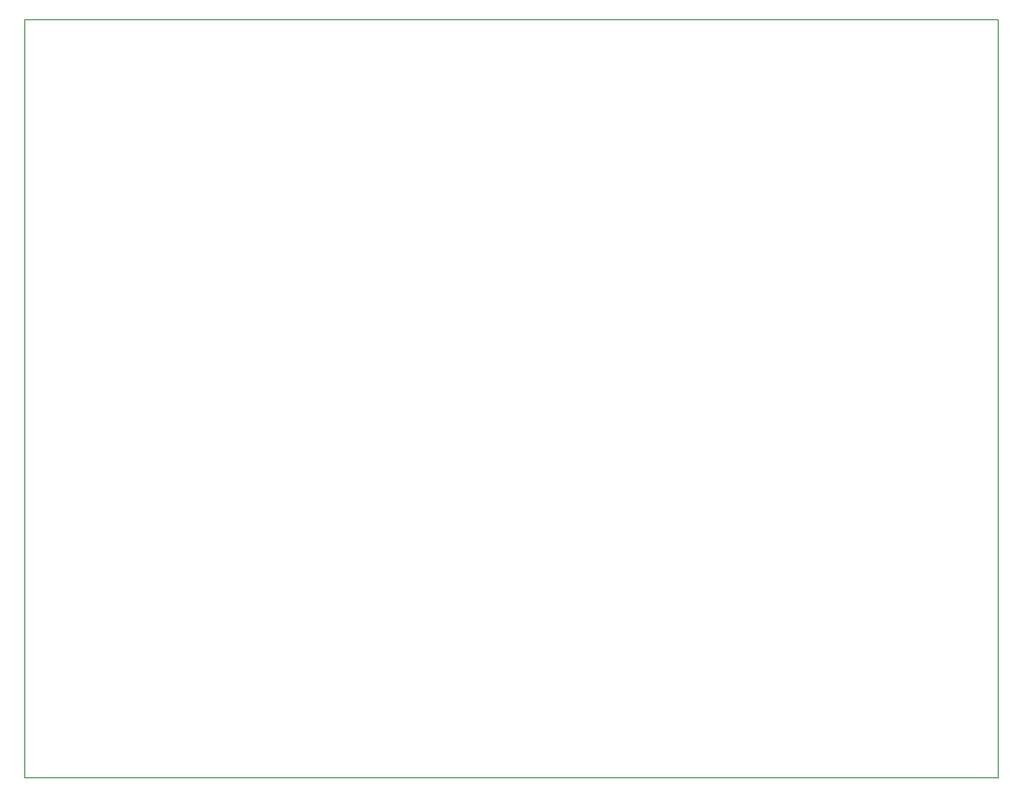
<source format=gbr>
%TF.GenerationSoftware,KiCad,Pcbnew,5.1.6-c6e7f7d~86~ubuntu18.04.1*%
%TF.CreationDate,2020-06-01T12:36:53+02:00*%
%TF.ProjectId,UPC-EURS,5550432d-4555-4525-932e-6b696361645f,rev?*%
%TF.SameCoordinates,Original*%
%TF.FileFunction,Profile,NP*%
%FSLAX46Y46*%
G04 Gerber Fmt 4.6, Leading zero omitted, Abs format (unit mm)*
G04 Created by KiCad (PCBNEW 5.1.6-c6e7f7d~86~ubuntu18.04.1) date 2020-06-01 12:36:53*
%MOMM*%
%LPD*%
G01*
G04 APERTURE LIST*
%TA.AperFunction,Profile*%
%ADD10C,0.150000*%
%TD*%
G04 APERTURE END LIST*
D10*
X56515000Y-26670000D02*
X56515000Y-153670000D01*
X219710000Y-26670000D02*
X56515000Y-26670000D01*
X219710000Y-153670000D02*
X219710000Y-26670000D01*
X56515000Y-153670000D02*
X219710000Y-153670000D01*
M02*

</source>
